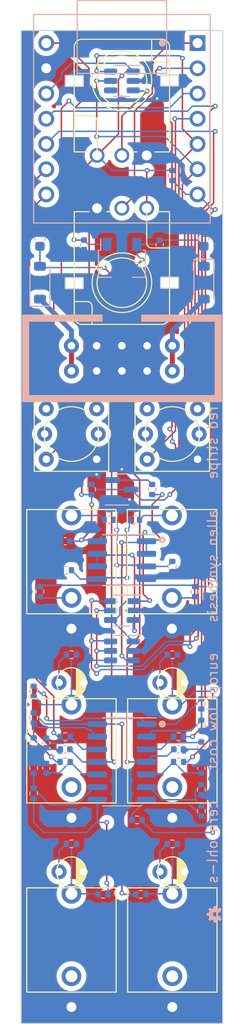
<source format=kicad_pcb>
(kicad_pcb (version 20221018) (generator pcbnew)
  (layers (0 "F.Cu" signal) (31 "B.Cu" signal) (34 "B.Paste" user) (35 "F.Paste" user) (36 "B.SilkS" user "B.Silkscreen") (37 "F.SilkS" user "F.Silkscreen") (38 "B.Mask" user) (39 "F.Mask" user) (44 "Edge.Cuts" user))
  (net 0 "")
  (net 1 "+12V")
  (net 2 "Earth")
  (net 3 "-12V")
  (net 4 "Net-(U1A-+)")
  (net 5 "Net-(U1C-+)")
  (net 6 "Net-(U1B-+)")
  (net 7 "Net-(U1D-+)")
  (net 8 "+3V3")
  (net 9 "Net-(D2-A)")
  (net 10 "Net-(D3-K)")
  (net 12 "Net-(J4-T)")
  (net 14 "Net-(J5-T)")
  (net 16 "Net-(J6-T)")
  (net 18 "Net-(J7-T)")
  (net 19 "Net-(J8-TN)")
  (net 20 "Net-(J8-T)")
  (net 21 "Net-(J9-TN)")
  (net 22 "Net-(J9-T)")
  (net 23 "Net-(LED1-A)")
  (net 24 "Net-(LED2-A)")
  (net 25 "Net-(LED3-A)")
  (net 26 "Net-(LED4-A)")
  (net 27 "KNOB_1")
  (net 28 "KNOB_2")
  (net 29 "OUTPUT_1")
  (net 30 "OUTPUT_3")
  (net 31 "Net-(U1A--)")
  (net 32 "Net-(U1C--)")
  (net 33 "Net-(R5-Pad2)")
  (net 34 "Net-(R6-Pad2)")
  (net 35 "OUTPUT_2")
  (net 36 "OUTPUT_4")
  (net 37 "Net-(U1B--)")
  (net 38 "Net-(U1D--)")
  (net 39 "Net-(R15-Pad2)")
  (net 40 "Net-(R16-Pad2)")
  (net 41 "INPUT_DETECT")
  (net 42 "Net-(U2A-+)")
  (net 43 "Net-(U2B-+)")
  (net 44 "BUTTON_1")
  (net 45 "BUTTON_2")
  (net 50 "Net-(U2A--)")
  (net 51 "Net-(U2B--)")
  (net 56 "+5V")
  (net 57 "Net-(Q1-B)")
  (net 58 "DIGITAL_INPUT")
  (net 59 "ADC_SDA")
  (net 60 "ADC_SCL")
  (footprint "allen-synthesis:jack-thonkiconn-mono" (layer "F.Cu") (at 5.08 92.345 90)
    (fp_text reference "J5" hide)
    (fp_text value "Thonkiconn")
  )
  (footprint "allen-synthesis:led-3mm" (layer "F.Cu") (at 5.08 84.725)
    (fp_text reference "LED2" hide)
    (fp_text value "LED" hide)
  )
  (footprint "allen-synthesis:led-3mm" (layer "F.Cu") (at 15.24 65.675)
    (fp_text reference "LED3" hide)
    (fp_text value "LED" hide)
  )
  (footprint "allen-synthesis:potentiometer-9mm" (layer "F.Cu") (at 10.16 25.4 180)
    (fp_text reference "P2" hide)
    (fp_text value "Potentiometer_9mm_Vertical_Linear" hide)
    (fp_rect (start -5.7 0.55) (end -3.9 -0.55) (stroke (width 0.12)) (fill none) (layer "Edge.Cuts"))
    (fp_rect (start 3.9 0.5) (end 5.7 -0.6) (stroke (width 0.12)) (fill none) (layer "Edge.Cuts"))
  )
  (footprint "allen-synthesis:jack-thonkiconn-mono" (layer "F.Cu") (at 5.08 54.245 90)
    (fp_text reference "J8" hide)
    (fp_text value "Thonkiconn")
  )
  (footprint "allen-synthesis:potentiometer-9mm" (layer "F.Cu") (at 10.16 5.08)
    (fp_text reference "P1" hide)
    (fp_text value "Potentiometer_9mm_Vertical_Linear" hide)
    (fp_rect (start -5.7 0.55) (end -3.9 -0.55) (stroke (width 0.12)) (fill none) (layer "Edge.Cuts"))
    (fp_rect (start 3.9 0.5) (end 5.7 -0.6) (stroke (width 0.12)) (fill none) (layer "Edge.Cuts"))
  )
  (footprint "allen-synthesis:jack-thonkiconn-mono" (layer "F.Cu") (at 15.24 73.295 90)
    (fp_text reference "J6" hide)
    (fp_text value "Thonkiconn")
  )
  (footprint "allen-synthesis:led-3mm" (layer "F.Cu") (at 5.08 65.675)
    (fp_text reference "LED1" hide)
    (fp_text value "LED" hide)
  )
  (footprint "allen-synthesis:jack-thonkiconn-mono" (layer "F.Cu") (at 15.2 54.245 90)
    (fp_text reference "J9" hide)
    (fp_text value "Thonkiconn")
  )
  (footprint "allen-synthesis:jack-thonkiconn-mono" (layer "F.Cu") (at 15.24 92.345 90)
    (fp_text reference "J7" hide)
    (fp_text value "Thonkiconn")
  )
  (footprint "allen-synthesis:led-3mm" (layer "F.Cu") (at 15.24 84.725)
    (fp_text reference "LED4" hide)
    (fp_text value "LED" hide)
  )
  (footprint "Eurorack:PB01-109TL low Profile Illuminated Button" (layer "F.Cu") (at 5.08 40.64)
    (fp_text reference "SW1" hide)
    (fp_text value "SW_Push_LED")
  )
  (footprint "Eurorack:PB01-109TL low Profile Illuminated Button" (layer "F.Cu") (at 15.24 40.64)
    (fp_text reference "SW2" hide)
    (fp_text value "SW_Push_LED")
  )
  (footprint "allen-synthesis:jack-thonkiconn-mono" (layer "F.Cu") (at 5.08 73.295 90)
    (fp_text reference "J4" hide)
    (fp_text value "Thonkiconn")
  )
  (footprint "Resistor_SMD:R_0402_1005Metric" (layer "B.Cu") (at 4.445 73.66 180)
    (fp_text reference "R2" hide)
    (fp_text value "1K")
  )
  (footprint "Resistor_SMD:R_0402_1005Metric" (layer "B.Cu") (at 1.27 74.295 90)
    (fp_text reference "R4" hide)
    (fp_text value "33K")
  )
  (footprint "Capacitor_SMD:C_0402_1005Metric" (layer "B.Cu") (at 4.445 72.39)
    (fp_text reference "C6" hide)
    (fp_text value "100n")
  )
  (footprint "Resistor_SMD:R_0402_1005Metric" (layer "B.Cu") (at 15.24 62.865)
    (fp_text reference "R19" hide)
    (fp_text value "5K6")
  )
  (footprint "Package_TO_SOT_SMD:SOT-89-3" (layer "B.Cu") (at 10.16 23.495 -90)
    (fp_text reference "U3" hide)
    (fp_text value "~")
  )
  (footprint "Resistor_SMD:R_0402_1005Metric" (layer "B.Cu") (at 1.27 71.755 -90)
    (fp_text reference "R14" hide)
    (fp_text value "33K")
  )
  (footprint "Package_SO:SOIC-8_3.9x4.9mm_P1.27mm" (layer "B.Cu") (at 10.16 53.34 180)
    (fp_text reference "U2" hide)
    (fp_text value "MCP6002-xSN")
  )
  (footprint "Capacitor_SMD:C_0402_1005Metric" (layer "B.Cu") (at 18.161 72.136 -90)
    (fp_text reference "C3" hide)
    (fp_text value "100n")
  )
  (footprint "Resistor_SMD:R_0402_1005Metric" (layer "B.Cu") (at 15.875 71.12)
    (fp_text reference "R1" hide)
    (fp_text value "1K")
  )
  (footprint "Package_TO_SOT_SMD:TSOT-23-6" (layer "B.Cu") (at 10.16 5.08 180)
    (fp_text reference "U7" hide)
    (fp_text value "ADC121C027CIMK")
  )
  (footprint "Resistor_SMD:R_0402_1005Metric" (layer "B.Cu") (at 1.27 76.835 -90)
    (fp_text reference "R6" hide)
    (fp_text value "75K")
  )
  (footprint "Resistor_SMD:R_0402_1005Metric" (layer "B.Cu") (at 18.161 69.977 -90)
    (fp_text reference "R3" hide)
    (fp_text value "33K")
  )
  (footprint "Package_SO:SOIC-14_3.9x8.7mm_P1.27mm" (layer "B.Cu") (at 10.16 73.66 180)
    (fp_text reference "U1" hide)
    (fp_text value "TL074")
  )
  (footprint "Capacitor_SMD:C_0402_1005Metric" (layer "B.Cu") (at 13.97 21.59 -90)
    (fp_text reference "C10" hide)
    (fp_text value "100n")
  )
  (footprint "Resistor_SMD:R_0402_1005Metric" (layer "B.Cu") (at 18.161 67.818 90)
    (fp_text reference "R5" hide)
    (fp_text value "75K")
  )
  (footprint "Resistor_SMD:R_0402_1005Metric" (layer "B.Cu") (at 1.27 66.548 90)
    (fp_text reference "R7" hide)
    (fp_text value "1K")
  )
  (footprint "Capacitor_SMD:C_0402_1005Metric" (layer "B.Cu") (at 6.35 21.59 -90)
    (fp_text reference "C11" hide)
    (fp_text value "100n")
  )
  (footprint "Resistor_SMD:R_0402_1005Metric" (layer "B.Cu") (at 12.065 86.995 180)
    (fp_text reference "R18" hide)
    (fp_text value "1K")
  )
  (footprint "Diode_SMD:D_SOD-123" (layer "B.Cu") (at 1.905 25.4 90)
    (fp_text reference "D3" hide)
    (fp_text value "D")
  )
  (footprint "Resistor_SMD:R_0402_1005Metric" (layer "B.Cu") (at 13.208 46.228 -90)
    (fp_text reference "R28" hide)
    (fp_text value "100K")
  )
  (footprint "Resistor_SMD:R_0402_1005Metric" (layer "B.Cu") (at 8.89 49.276 180)
    (fp_text reference "R22" hide)
    (fp_text value "100K")
  )
  (footprint "Resistor_SMD:R_0402_1005Metric" (layer "B.Cu") (at 4.445 71.12 180)
    (fp_text reference "R12" hide)
    (fp_text value "1K")
  )
  (footprint "allen-synthesis:power-header-10-pin-unlabelled" (layer "B.Cu") (at 10.16 33.02 180)
    (fp_text reference "J1" hide)
    (fp_text value "Conn_02x05_Odd_Even" hide)
  )
  (footprint "Diode_SMD:D_SOD-123" (layer "B.Cu") (at 18.415 25.4 -90)
    (fp_text reference "D2" hide)
    (fp_text value "D")
  )
  (footprint "Capacitor_SMD:C_0603_1608Metric" (layer "B.Cu") (at 18.415 20.955 90)
    (fp_text reference "C1" hide)
    (fp_text value "10u")
  )
  (footprint "Resistor_SMD:R_0402_1005Metric" (layer "B.Cu") (at 1.905 56.515 -90)
    (fp_text reference "R21" hide)
    (fp_text value "100K")
  )
  (footprint "Resistor_SMD:R_0402_1005Metric" (layer "B.Cu") (at 15.24 81.915)
    (fp_text reference "R20" hide)
    (fp_text value "5K6")
  )
  (footprint "Resistor_SMD:R_0402_1005Metric" (layer "B.Cu") (at 15.24 53.975 -90)
    (fp_text reference "R25" hide)
    (fp_text value "47K")
  )
  (footprint "Resistor_SMD:R_0402_1005Metric" (layer "B.Cu") (at 11.43 49.276)
    (fp_text reference "R24" hide)
    (fp_text value "100K")
  )
  (footprint "Capacitor_SMD:C_0603_1608Metric" (layer "B.Cu") (at 1.905 20.955 -90)
    (fp_text reference "C2" hide)
    (fp_text value "10u")
  )
  (footprint "Resistor_SMD:R_0402_1005Metric" (layer "B.Cu") (at 5.08 62.865)
    (fp_text reference "R9" hide)
    (fp_text value "5K6")
  )
  (footprint "Package_TO_SOT_SMD:SOT-23" (layer "B.Cu") (at 10.16 46.228)
    (fp_text reference "Q1" hide)
    (fp_text value "S8050")
  )
  (footprint "Resistor_SMD:R_0402_1005Metric" (layer "B.Cu") (at 18.161 78.613 -90)
    (fp_text reference "R15" hide)
    (fp_text value "75K")
  )
  (footprint "Resistor_SMD:R_0402_1005Metric" (layer "B.Cu") (at 11.684 79.502 180)
    (fp_text reference "R17" hide)
    (fp_text value "1K")
  )
  (footprint "Capacitor_SMD:C_0402_1005Metric" (layer "B.Cu") (at 2.54 74.295 90)
    (fp_text reference "C4" hide)
    (fp_text value "100n")
  )
  (footprint "Capacitor_SMD:C_0402_1005Metric" (layer "B.Cu") (at 15.875 72.39)
    (fp_text reference "C5" hide)
    (fp_text value "100n")
  )
  (footprint "Resistor_SMD:R_0402_1005Metric" (layer "B.Cu") (at 17.526 56.515 -90)
    (fp_text reference "R23" hide)
    (fp_text value "100K")
  )
  (footprint "Capacitor_SMD:C_0402_1005Metric" (layer "B.Cu") (at 2.54 71.755 -90)
    (fp_text reference "C8" hide)
    (fp_text value "100n")
  )
  (footprint "XIAO_PCB:MOUDLE14P-2.54-21X17.8MM" (layer "B.Cu") (at 10.16 8.89 90)
    (fp_text reference "U4" hide)
    (fp_text value "SEEEDUINO-XIAO")
  )
  (footprint "Resistor_SMD:R_0402_1005Metric" (layer "B.Cu") (at 8.255 86.995)
    (fp_text reference "R8" hide)
    (fp_text value "1K")
  )
  (footprint "Resistor_SMD:R_0402_1005Metric" (layer "B.Cu") (at 15.875 73.66)
    (fp_text reference "R11" hide)
    (fp_text value "1K")
  )
  (footprint "Package_TO_SOT_SMD:TSOT-23-6" (layer "B.Cu") (at 10.16 58.42 180)
    (fp_text reference "U5" hide)
    (fp_text value "ADC121C027CIMK")
  )
  (footprint "Capacitor_SMD:C_0402_1005Metric" (layer "B.Cu") (at 4.445 51.435 180)
    (fp_text reference "C9" hide)
    (fp_text value "100n")
  )
  (footprint "Package_TO_SOT_SMD:TSOT-23-6" (layer "B.Cu") (at 10.16 62.484 180)
    (fp_text reference "U6" hide)
    (fp_text value "ADC121C027CIMK")
  )
  (footprint "Resistor_SMD:R_0402_1005Metric" (layer "B.Cu") (at 1.27 69.215 90)
    (fp_text reference "R16" hide)
    (fp_text value "75K")
  )
  (footprint "Resistor_SMD:R_0402_1005Metric" (layer "B.Cu") (at 5.08 81.915)
    (fp_text reference "R10" hide)
    (fp_text value "5K6")
  )
  (footprint "Capacitor_SMD:C_0402_1005Metric" (layer "B.Cu") (at 18.161 74.295 90)
    (fp_text reference "C7" hide)
    (fp_text value "100n")
  )
  (footprint "Resistor_SMD:R_0402_1005Metric" (layer "B.Cu") (at 18.161 76.454 -90)
    (fp_text reference "R13" hide)
    (fp_text value "33K")
  )
  (footprint "Resistor_SMD:R_0402_1005Metric" (layer "B.Cu") (at 4.572 54.356 180)
    (fp_text reference "R26" hide)
    (fp_text value "47K")
  )
  (footprint "Resistor_SMD:R_0402_1005Metric" (layer "B.Cu") (at 7.112 46.228 90)
    (fp_text reference "R29" hide)
    (fp_text value "47K")
  )
  (footprint "Resistor_SMD:R_0402_1005Metric" (layer "B.Cu") (at 15.24 14.605 -90)
    (fp_text reference "R27" hide)
    (fp_text value "1K")
  )
  (gr_circle (center 14.224 51.308) (end 13.97 51.308) (stroke (width 0.2)) (fill solid) (layer "B.SilkS"))
  (gr_circle (center 14.224 69.85) (end 14.224 69.596) (stroke (width 0.2)) (fill solid) (layer "B.SilkS"))
  (gr_poly (pts (xy 20.188951 89.507931) (xy 20.029516 89.670929) (xy 19.847689 89.55488) (xy 19.690273 89.618543) (xy 19.641883 89.832325) (xy 19.424964 89.836149) (xy 19.374804 89.613446) (xy 19.213855 89.543738) (xy 19.025114 89.665887) (xy 18.870429 89.501946) (xy 18.993693 89.319384) (xy 18.931802 89.164646) (xy 18.706 89.11489) (xy 18.710879 88.893053) (xy 18.930606 88.849747) (xy 18.993799 88.696137) (xy 18.868893 88.504138) (xy 19.028946 88.347624) (xy 19.20536 88.466929) (xy 19.366756 88.406075) (xy 19.422136 88.182903) (xy 19.642033 88.186507) (xy 19.685412 88.396318) (xy 19.845651 88.462961) (xy 20.025567 88.34919) (xy 20.189964 88.502987) (xy 20.076515 88.6789) (xy 20.117903 88.762457) (xy 19.747251 88.913792) (xy 19.701765 88.851625) (xy 19.646056 88.808243) (xy 19.578332 88.783464) (xy 19.504173 88.781061) (xy 19.415215 88.799553) (xy 19.364415 88.82888) (xy 19.313615 88.90508) (xy 19.307937 88.962972) (xy 19.304 89.027) (xy 19.313615 89.077729) (xy 19.342602 89.137969) (xy 19.382898 89.183289) (xy 19.428741 89.214249) (xy 19.492753 89.235845) (xy 19.556179 89.238296) (xy 19.613418 89.225264) (xy 19.66413 89.199084) (xy 19.701765 89.167027) (xy 19.727912 89.13368) (xy 19.753164 89.101112) (xy 20.117365 89.250762) (xy 20.077445 89.344541)) (stroke (width 0.02)) (fill solid) (layer "B.SilkS"))
  (gr_circle (center 14.224 1.27) (end 13.97 1.27) (stroke (width 0.2)) (fill solid) (layer "B.SilkS"))
  (gr_rect (start 0 0) (end 20.32 100) (stroke (width 0.1)) (fill none) (layer "Edge.Cuts"))
  (gr_text "red stripe    allen synthesis    europi low cost    cern ohl-s" (at 19.304 37.719 90) (layer "B.SilkS") (effects (font (size 1 1)) (justify left mirror)))
  (segment (start 11.176 44.45) (end 11.176 35.56) (width 0.15) (layer "F.Cu") (net 1))
  (segment (start 11.43 23.876) (end 12.192 23.114) (width 0.15) (layer "F.Cu") (net 1))
  (segment (start 10.6845 73.66) (end 10.6845 62.2135) (width 0.15) (layer "F.Cu") (net 1))
  (segment (start 11.176 35.56) (end 11.43 35.306) (width 0.15) (layer "F.Cu") (net 1))
  (segment (start 11.955 45.229) (end 11.176 44.45) (width 0.15) (layer "F.Cu") (net 1))
  (segment (start 11.955 60.943) (end 11.955 45.229) (width 0.15) (layer "F.Cu") (net 1))
  (segment (start 10.6845 62.2135) (end 11.938 60.96) (width 0.15) (layer "F.Cu") (net 1))
  (segment (start 11.938 60.96) (end 11.955 60.943) (width 0.15) (layer "F.Cu") (net 1))
  (segment (start 11.43 35.306) (end 11.43 23.876) (width 0.15) (layer "F.Cu") (net 1))
  (via (at 12.192 23.114) (size 0.5) (drill 0.25) (layers "F.Cu" "B.Cu") (net 1))
  (via (at 10.6845 73.66) (size 0.5) (drill 0.25) (layers "F.Cu" "B.Cu") (net 1))
  (segment (start 12.635 73.66) (end 13.23 73.065) (width 0.15) (layer "B.Cu") (net 1))
  (segment (start 13.535 21.545) (end 11.66 21.545) (width 0.15) (layer "B.Cu") (net 1))
  (segment (start 12.192 23.114) (end 11.66 22.582) (width 0.15) (layer "B.Cu") (net 1))
  (segment (start 14.72 73.065) (end 15.395 72.39) (width 0.15) (layer "B.Cu") (net 1))
  (segment (start 13.23 73.065) (end 14.72 73.065) (width 0.15) (layer "B.Cu") (net 1))
  (segment (start 11.66 22.582) (end 11.66 21.545) (width 0.15) (layer "B.Cu") (net 1))
  (segment (start 13.97 21.11) (end 17.795 21.11) (width 0.15) (layer "B.Cu") (net 1))
  (segment (start 13.97 21.11) (end 13.535 21.545) (width 0.15) (layer "B.Cu") (net 1))
  (segment (start 18.415 23.75) (end 18.415 21.73) (width 0.15) (layer "B.Cu") (net 1))
  (segment (start 17.795 21.11) (end 18.415 21.73) (width 0.15) (layer "B.Cu") (net 1))
  (segment (start 12.635 73.66) (end 10.6845 73.66) (width 0.15) (layer "B.Cu") (net 1))
  (via (at 7.62 44.704) (size 0.5) (drill 0.25) (layers "F.Cu" "B.Cu") (net 2))
  (via (at 10.922 47.244) (size 0.5) (drill 0.25) (layers "F.Cu" "B.Cu") (net 2))
  (via (at 10.16 44.196) (size 0.5) (drill 0.25) (layers "F.Cu" "B.Cu") (net 2))
  (via (at 13.716 6.858) (size 0.5) (drill 0.25) (layers "F.Cu" "B.Cu") (net 2))
  (segment (start 6.924 63.434) (end 6.33 64.028) (width 0.15) (layer "B.Cu") (net 2))
  (segment (start 17.935 72.39) (end 18.161 72.616) (width 0.15) (layer "B.Cu") (net 2))
  (segment (start 9.0225 63.434) (end 6.924 63.434) (width 0.15) (layer "B.Cu") (net 2))
  (segment (start 6.33 64.028) (end 6.33 65.675) (width 0.15) (layer "B.Cu") (net 2))
  (segment (start 2.695 72.39) (end 2.54 72.235) (width 0.15) (layer "B.Cu") (net 2))
  (segment (start 16.355 72.39) (end 17.935 72.39) (width 0.15) (layer "B.Cu") (net 2))
  (segment (start 3.965 72.39) (end 2.695 72.39) (width 0.15) (layer "B.Cu") (net 2))
  (segment (start 8.89 24.384) (end 8.382 23.876) (width 0.15) (layer "F.Cu") (net 3))
  (segment (start 9.398 73.66) (end 9.127 73.389) (width 0.15) (layer "F.Cu") (net 3))
  (segment (start 8.89 35.306) (end 8.89 24.384) (width 0.15) (layer "F.Cu") (net 3))
  (segment (start 9.127 73.389) (end 9.127 35.543) (width 0.15) (layer "F.Cu") (net 3))
  (segment (start 9.127 35.543) (end 8.89 35.306) (width 0.15) (layer "F.Cu") (net 3))
  (via (at 9.398 73.66) (size 0.5) (drill 0.25) (layers "F.Cu" "B.Cu") (net 3))
  (via (at 8.382 23.876) (size 0.5) (drill 0.25) (layers "F.Cu" "B.Cu") (net 3))
  (segment (start 8.382 23.876) (end 2.031 23.876) (width 0.15) (layer "B.Cu") (net 3))
  (segment (start 1.905 21.73) (end 1.905 23.75) (width 0.15) (layer "B.Cu") (net 3))
  (segment (start 7.685 73.66) (end 9.398 73.66) (width 0.15) (layer "B.Cu") (net 3))
  (segment (start 2.031 23.876) (end 1.905 23.75) (width 0.15) (layer "B.Cu") (net 3))
  (segment (start 4.925 72.39) (end 6.195 73.66) (width 0.15) (layer "B.Cu") (net 3))
  (segment (start 6.195 73.66) (end 7.685 73.66) (width 0.15) (layer "B.Cu") (net 3))
  (segment (start 14.095 72.39) (end 12.635 72.39) (width 0.15) (layer "B.Cu") (net 4))
  (segment (start 15.365 71.12) (end 14.095 72.39) (width 0.15) (layer "B.Cu") (net 4))
  (segment (start 18.161 71.656) (end 18.102 71.715) (width 0.15) (layer "B.Cu") (net 4))
  (segment (start 15.96 71.715) (end 15.365 71.12) (width 0.15) (layer "B.Cu") (net 4))
  (segment (start 18.102 71.715) (end 15.96 71.715) (width 0.15) (layer "B.Cu") (net 4))
  (segment (start 3.84 74.775) (end 4.955 73.66) (width 0.15) (layer "B.Cu") (net 5))
  (segment (start 6.225 74.93) (end 7.685 74.93) (width 0.15) (layer "B.Cu") (net 5))
  (segment (start 4.955 73.66) (end 6.225 74.93) (width 0.15) (layer "B.Cu") (net 5))
  (segment (start 2.54 74.775) (end 3.84 74.775) (width 0.15) (layer "B.Cu") (net 5))
  (segment (start 14.095 74.93) (end 12.635 74.93) (width 0.15) (layer "B.Cu") (net 6))
  (segment (start 16.48 74.775) (end 15.365 73.66) (width 0.15) (layer "B.Cu") (net 6))
  (segment (start 18.161 74.775) (end 16.48 74.775) (width 0.15) (layer "B.Cu") (net 6))
  (segment (start 15.365 73.66) (end 14.095 74.93) (width 0.15) (layer "B.Cu") (net 6))
  (segment (start 2.54 71.275) (end 3.07 71.805) (width 0.15) (layer "B.Cu") (net 7))
  (segment (start 4.27 71.805) (end 4.955 71.12) (width 0.15) (layer "B.Cu") (net 7))
  (segment (start 6.225 72.39) (end 7.685 72.39) (width 0.15) (layer "B.Cu") (net 7))
  (segment (start 3.07 71.805) (end 4.27 71.805) (width 0.15) (layer "B.Cu") (net 7))
  (segment (start 4.955 71.12) (end 6.225 72.39) (width 0.15) (layer "B.Cu") (net 7))
  (segment (start 6.35 27.178) (end 6.858 26.67) (width 0.15) (layer "F.Cu") (net 8))
  (segment (start 6.858 19.304) (end 6.35 18.796) (width 0.15) (layer "F.Cu") (net 8))
  (segment (start 9.81 10.43) (end 9.81 4.922) (width 0.15) (layer "F.Cu") (net 8))
  (segment (start 7.112 50.292) (end 6.096 51.308) (width 0.15) (layer "F.Cu") (net 8))
  (segment (start 12.305 54.356) (end 12.305 51.308) (width 0.15) (layer "F.Cu") (net 8))
  (segment (start 12.954 57.404) (end 12.305 56.755) (width 0.15) (layer "F.Cu") (net 8))
  (segment (start 12.66 14.135) (end 12.7 14.095) (width 0.15) (layer "F.Cu") (net 8))
  (segment (start 6.117 35.539) (end 6.35 35.306) (width 0.15) (layer "F.Cu") (net 8))
  (segment (start 6.35 35.306) (end 6.35 27.178) (width 0.15) (layer "F.Cu") (net 8))
  (segment (start 7.66 12.58) (end 9.81 10.43) (width 0.15) (layer "F.Cu") (net 8))
  (segment (start 7.112 47.752) (end 7.112 50.292) (width 0.15) (layer "F.Cu") (net 8))
  (segment (start 12.305 50.7205) (end 12.4795 50.546) (width 0.15) (layer "F.Cu") (net 8))
  (segment (start 6.096 46.736) (end 6.117 46.715) (width 0.15) (layer "F.Cu") (net 8))
  (segment (start 12.66 17.9) (end 12.66 14.135) (width 0.15) (layer "F.Cu") (net 8))
  (segment (start 12.305 56.755) (end 12.305 54.356) (width 0.15) (layer "F.Cu") (net 8))
  (segment (start 6.117 46.715) (end 6.117 35.539) (width 0.15) (layer "F.Cu") (net 8))
  (segment (start 6.35 18.796) (end 6.35 13.89) (width 0.15) (layer "F.Cu") (net 8))
  (segment (start 6.35 13.89) (end 7.66 12.58) (width 0.15) (layer "F.Cu") (net 8))
  (segment (start 6.858 26.67) (end 6.858 19.304) (width 0.15) (layer "F.Cu") (net 8))
  (segment (start 9.81 4.922) (end 10.16 4.572) (width 0.15) (layer "F.Cu") (net 8))
  (segment (start 12.305 51.308) (end 12.305 50.7205) (width 0.15) (layer "F.Cu") (net 8))
  (via (at 12.4795 50.546) (size 0.5) (drill 0.25) (layers "F.Cu" "B.Cu") (net 8))
  (via (at 10.16 4.572) (size 0.5) (drill 0.25) (layers "F.Cu" "B.Cu") (net 8))
  (via (at 6.096 46.736) (size 0.5) (drill 0.25) (layers "F.Cu" "B.Cu") (net 8))
  (via (at 12.954 57.404) (size 0.5) (drill 0.25) (layers "F.Cu" "B.Cu") (net 8))
  (via (at 6.096 51.308) (size 0.5) (drill 0.25) (layers "F.Cu" "B.Cu") (net 8))
  (via (at 7.112 47.752) (size 0.5) (drill 0.25) (layers "F.Cu" "B.Cu") (net 8))
  (via (at 12.7 14.095) (size 0.5) (drill 0.25) (layers "F.Cu" "B.Cu") (net 8))
  (segment (start 9.0225 59.37) (end 9.1335 59.37) (width 0.15) (layer "B.Cu") (net 8))
  (segment (start 5.08 3.302) (end 4.064 4.318) (width 0.15) (layer "B.Cu") (net 8))
  (segment (start 12.4795 50.546) (end 12.2085 50.817) (width 0.15) (layer "B.Cu") (net 8))
  (segment (start 12.2085 50.817) (end 8.303 50.817) (width 0.15) (layer "B.Cu") (net 8))
  (segment (start 11.2975 57.47) (end 12.888 57.47) (width 0.15) (layer "B.Cu") (net 8))
  (segment (start 7.112 46.738) (end 6.098 46.738) (width 0.15) (layer "B.Cu") (net 8))
  (segment (start 8.303 50.817) (end 7.685 51.435) (width 0.15) (layer "B.Cu") (net 8))
  (segment (start 15.24 14.095) (end 12.7 14.095) (width 0.15) (layer "B.Cu") (net 8))
  (segment (start 4.064 4.826) (end 2.54 6.35) (width 0.15) (layer "B.Cu") (net 8))
  (segment (start 9.175 14.095) (end 7.66 12.58) (width 0.15) (layer "B.Cu") (net 8))
  (segment (start 4.064 4.318) (end 4.064 4.826) (width 0.15) (layer "B.Cu") (net 8))
  (segment (start 6.098 46.738) (end 6.096 46.736) (width 0.15) (layer "B.Cu") (net 8))
  (segment (start 7.112 46.738) (end 7.112 47.752) (width 0.15) (layer "B.Cu") (net 8))
  (segment (start 9.1335 59.37) (end 11.2975 61.534) (width 0.15) (layer "B.Cu") (net 8))
  (segment (start 9.464 59.37) (end 9.0225 59.37) (width 0.15) (layer "B.Cu") (net 8))
  (segment (start 12.7 14.095) (end 9.175 14.095) (width 0.15) (layer "B.Cu") (net 8))
  (segment (start 4.925 51.435) (end 5.969 51.435) (width 0.15) (layer "B.Cu") (net 8))
  (segment (start 10.602 4.13) (end 11.2975 4.13) (width 0.15) (layer "B.Cu") (net 8))
  (segment (start 7.558 51.308) (end 7.685 51.435) (width 0.15) (layer "B.Cu") (net 8))
  (segment (start 5.969 51.435) (end 6.096 51.308) (width 0.15) (layer "B.Cu") (net 8))
  (segment (start 9.96 58.874) (end 9.464 59.37) (width 0.15) (layer "B.Cu") (net 8))
  (segment (start 10.4695 3.302) (end 5.08 3.302) (width 0.15) (layer "B.Cu") (net 8))
  (segment (start 11.2975 4.13) (end 10.4695 3.302) (width 0.15) (layer "B.Cu") (net 8))
  (segment (start 6.096 51.308) (end 7.558 51.308) (width 0.15) (layer "B.Cu") (net 8))
  (segment (start 10.602 57.47) (end 9.96 58.112) (width 0.15) (layer "B.Cu") (net 8))
  (segment (start 11.2975 57.47) (end 10.602 57.47) (width 0.15) (layer "B.Cu") (net 8))
  (segment (start 10.16 4.572) (end 10.602 4.13) (width 0.15) (layer "B.Cu") (net 8))
  (segment (start 12.888 57.47) (end 12.954 57.404) (width 0.15) (layer "B.Cu") (net 8))
  (segment (start 9.96 58.112) (end 9.96 58.874) (width 0.15) (layer "B.Cu") (net 8))
  (segment (start 15.24 31.75) (end 15.24 34.29) (width 0.5) (layer "F.Cu") (net 9))
  (segment (start 18.415 27.05) (end 15.24 30.225) (width 0.5) (layer "B.Cu") (net 9))
  (segment (start 15.24 30.225) (end 15.24 31.75) (width 0.5) (layer "B.Cu") (net 9))
  (segment (start 5.08 31.75) (end 5.08 34.29) (width 0.5) (layer "F.Cu") (net 10))
  (segment (start 1.905 27.05) (end 5.08 30.225) (width 0.5) (layer "B.Cu") (net 10))
  (segment (start 5.08 30.225) (end 5.08 31.75) (width 0.5) (layer "B.Cu") (net 10))
  (segment (start 5.59 62.865) (end 5.08 63.375) (width 0.15) (layer "B.Cu") (net 12))
  (segment (start 5.08 63.375) (end 5.08 67.895) (width 0.15) (layer "B.Cu") (net 12))
  (segment (start 1.27 67.058) (end 2.107 67.895) (width 0.15) (layer "B.Cu") (net 12))
  (segment (start 2.107 67.895) (end 5.08 67.895) (width 0.15) (layer "B.Cu") (net 12))
  (segment (start 5.59 81.915) (end 5.08 82.425) (width 0.15) (layer "B.Cu") (net 14))
  (segment (start 5.08 82.425) (end 5.08 86.945) (width 0.15) (layer "B.Cu") (net 14))
  (segment (start 7.745 86.995) (end 7.695 86.945) (width 0.15) (layer "B.Cu") (net 14))
  (segment (start 7.695 86.945) (end 5.08 86.945) (width 0.15) (layer "B.Cu") (net 14))
  (segment (start 19.304 66.548) (end 19.304 80.772) (width 0.15) (layer "F.Cu") (net 16))
  (via (at 19.304 80.772) (size 0.5) (drill 0.25) (layers "F.Cu" "B.Cu") (net 16))
  (via (at 19.304 66.548) (size 0.5) (drill 0.25) (layers "F.Cu" "B.Cu") (net 16))
  (segment (start 15.24 67.895) (end 16.179 67.895) (width 0.15) (layer "B.Cu") (net 16))
  (segment (start 19.304 80.772) (end 13.343828 80.772) (width 0.15) (layer "B.Cu") (net 16))
  (segment (start 15.75 62.865) (end 15.24 63.375) (width 0.15) (layer "B.Cu") (net 16))
  (segment (start 17.526 66.548) (end 19.304 66.548) (width 0.15) (layer "B.Cu") (net 16))
  (segment (start 12.194 79.622172) (end 12.194 79.502) (width 0.15) (layer "B.Cu") (net 16))
  (segment (start 13.343828 80.772) (end 12.194 79.622172) (width 0.15) (layer "B.Cu") (net 16))
  (segment (start 15.24 63.375) (end 15.24 67.895) (width 0.15) (layer "B.Cu") (net 16))
  (segment (start 16.179 67.895) (end 17.526 66.548) (width 0.15) (layer "B.Cu") (net 16))
  (segment (start 12.575 86.995) (end 12.625 86.945) (width 0.15) (layer "B.Cu") (net 18))
  (segment (start 15.75 81.915) (end 15.24 82.425) (width 0.15) (layer "B.Cu") (net 18))
  (segment (start 15.24 82.425) (end 15.24 86.945) (width 0.15) (layer "B.Cu") (net 18))
  (segment (start 12.625 86.945) (end 15.24 86.945) (width 0.15) (layer "B.Cu") (net 18))
  (segment (start 1.905 57.025) (end 2.025 57.145) (width 0.15) (layer "B.Cu") (net 19))
  (segment (start 2.025 57.145) (end 5.08 57.145) (width 0.15) (layer "B.Cu") (net 19))
  (segment (start 8.38 49.276) (end 7.949 48.845) (width 0.15) (layer "B.Cu") (net 20))
  (segment (start 7.949 48.845) (end 5.08 48.845) (width 0.15) (layer "B.Cu") (net 20))
  (segment (start 17.526 57.025) (end 17.406 57.145) (width 0.15) (layer "B.Cu") (net 21))
  (segment (start 17.406 57.145) (end 15.2 57.145) (width 0.15) (layer "B.Cu") (net 21))
  (segment (start 11.94 49.276) (end 12.371 48.845) (width 0.15) (layer "B.Cu") (net 22))
  (segment (start 12.371 48.845) (end 15.2 48.845) (width 0.15) (layer "B.Cu") (net 22))
  (segment (start 3.83 63.605) (end 3.83 65.675) (width 0.15) (layer "B.Cu") (net 23))
  (segment (start 4.57 62.865) (end 3.83 63.605) (width 0.15) (layer "B.Cu") (net 23))
  (segment (start 3.83 82.655) (end 3.83 84.725) (width 0.15) (layer "B.Cu") (net 24))
  (segment (start 4.57 81.915) (end 3.83 82.655) (width 0.15) (layer "B.Cu") (net 24))
  (segment (start 13.99 63.605) (end 13.99 65.675) (width 0.15) (layer "B.Cu") (net 25))
  (segment (start 14.73 62.865) (end 13.99 63.605) (width 0.15) (layer "B.Cu") (net 25))
  (segment (start 13.99 82.655) (end 13.99 84.725) (width 0.15) (layer "B.Cu") (net 26))
  (segment (start 14.73 81.915) (end 13.99 82.655) (width 0.15) (layer "B.Cu") (net 26))
  (segment (start 10.16 8.636) (end 12.7 6.096) (width 0.15) (layer "F.Cu") (net 27))
  (segment (start 10.16 12.58) (end 10.16 8.636) (width 0.15) (layer "F.Cu") (net 27))
  (via (at 12.7 6.096) (size 0.5) (drill 0.25) (layers "F.Cu" "B.Cu") (net 27))
  (segment (start 12.7 6.096) (end 11.3635 6.096) (width 0.15) (layer "B.Cu") (net 27))
  (segment (start 11.3635 6.096) (end 11.2975 6.03) (width 0.15) (layer "B.Cu") (net 27))
  (segment (start 13.225 6.333) (end 13.225 3.065) (width 0.15) (layer "F.Cu") (net 28))
  (segment (start 13.208 3.048) (end 14.986 1.27) (width 0.15) (layer "F.Cu") (net 28))
  (segment (start 10.16 17.9) (end 11.43 16.63) (width 0.15) (layer "F.Cu") (net 28))
  (segment (start 13.225 3.065) (end 13.208 3.048) (width 0.15) (layer "F.Cu") (net 28))
  (segment (start 14.986 1.27) (end 17.78 1.27) (width 0.15) (layer "F.Cu") (net 28))
  (segment (start 11.43 8.128) (end 13.225 6.333) (width 0.15) (layer "F.Cu") (net 28))
  (segment (start 11.43 16.63) (end 11.43 8.128) (width 0.15) (layer "F.Cu") (net 28))
  (segment (start 17.876 18.397026) (end 19.05 17.223026) (width 0.15) (layer "F.Cu") (net 29))
  (segment (start 19.112 44.717026) (end 19.112 37.194974) (width 0.15) (layer "F.Cu") (net 29))
  (segment (start 18.192 45.637026) (end 19.112 44.717026) (width 0.15) (layer "F.Cu") (net 29))
  (segment (start 17.876 35.958974) (end 17.876 18.397026) (width 0.15) (layer "F.Cu") (net 29))
  (segment (start 19.112 37.194974) (end 17.876 35.958974) (width 0.15) (layer "F.Cu") (net 29))
  (segment (start 19.05 10.394463) (end 19.033 10.377463) (width 0.15) (layer "F.Cu") (net 29))
  (segment (start 18.192 70.2) (end 18.192 45.637026) (width 0.15) (layer "F.Cu") (net 29))
  (segment (start 17.272 71.12) (end 18.192 70.2) (width 0.15) (layer "F.Cu") (net 29))
  (segment (start 19.033 8.145) (end 19.558 7.62) (width 0.15) (layer "F.Cu") (net 29))
  (segment (start 19.05 17.223026) (end 19.05 10.394463) (width 0.15) (layer "F.Cu") (net 29))
  (segment (start 19.033 10.377463) (end 19.033 8.145) (width 0.15) (layer "F.Cu") (net 29))
  (via (at 17.272 71.12) (size 0.5) (drill 0.25) (layers "F.Cu" "B.Cu") (net 29))
  (via (at 19.558 7.62) (size 0.5) (drill 0.25) (layers "F.Cu" "B.Cu") (net 29))
  (segment (start 16.76586 8.128) (end 3.302 8.128) (width 0.15) (layer "B.Cu") (net 29))
  (segment (start 19.558 7.62) (end 17.27386 7.62) (width 0.15) (layer "B.Cu") (net 29))
  (segment (start 3.302 8.128) (end 2.54 8.89) (width 0.15) (layer "B.Cu") (net 29))
  (segment (start 17.27386 7.62) (end 16.76586 8.128) (width 0.15) (layer "B.Cu") (net 29))
  (segment (start 16.385 71.12) (end 17.272 71.12) (width 0.15) (layer "B.Cu") (net 29))
  (segment (start 0.508 70.612) (end 0.508 16.002) (width 0.15) (layer "F.Cu") (net 30))
  (segment (start 0.508 16.002) (end 2.54 13.97) (width 0.15) (layer "F.Cu") (net 30))
  (segment (start 3.048 73.152) (end 0.508 70.612) (width 0.15) (layer "F.Cu") (net 30))
  (via (at 3.048 73.152) (size 0.5) (drill 0.25) (layers "F.Cu" "B.Cu") (net 30))
  (segment (start 3.935 73.66) (end 3.556 73.66) (width 0.15) (layer "B.Cu") (net 30))
  (segment (start 3.556 73.66) (end 3.048 73.152) (width 0.15) (layer "B.Cu") (net 30))
  (segment (start 17.103 70.525) (end 13.23 70.525) (width 0.15) (layer "B.Cu") (net 31))
  (segment (start 18.161 68.328) (end 18.161 69.467) (width 0.15) (layer "B.Cu") (net 31))
  (segment (start 13.23 70.525) (end 12.635 71.12) (width 0.15) (layer "B.Cu") (net 31))
  (segment (start 18.161 69.467) (end 17.103 70.525) (width 0.15) (layer "B.Cu") (net 31))
  (segment (start 7.378959 76.2) (end 7.685 76.2) (width 0.15) (layer "B.Cu") (net 32))
  (segment (start 1.27 76.325) (end 2.923 77.978) (width 0.15) (layer "B.Cu") (net 32))
  (segment (start 1.27 74.805) (end 1.27 76.325) (width 0.15) (layer "B.Cu") (net 32))
  (segment (start 5.600959 77.978) (end 7.378959 76.2) (width 0.15) (layer "B.Cu") (net 32))
  (segment (start 2.923 77.978) (end 5.600959 77.978) (width 0.15) (layer "B.Cu") (net 32))
  (segment (start 2.586128 69.279372) (end 2.586128 67.102128) (width 0.15) (layer "F.Cu") (net 33))
  (segment (start 2.586128 67.102128) (end 2.286 66.802) (width 0.15) (layer "F.Cu") (net 33))
  (via (at 2.586128 69.279372) (size 0.5) (drill 0.25) (layers "F.Cu" "B.Cu") (net 33))
  (via (at 2.286 66.802) (size 0.5) (drill 0.25) (layers "F.Cu" "B.Cu") (net 33))
  (segment (start 2.806756 69.5) (end 2.586128 69.279372) (width 0.15) (layer "B.Cu") (net 33))
  (segment (start 2.286 66.802) (end 2.034 66.802) (width 0.15) (layer "B.Cu") (net 33))
  (segment (start 18.161 67.308) (end 15.619 69.85) (width 0.15) (layer "B.Cu") (net 33))
  (segment (start 12.06 69.275) (end 6.321 69.275) (width 0.15) (layer "B.Cu") (net 33))
  (segment (start 6.096 69.5) (end 3.302 69.5) (width 0.15) (layer "B.Cu") (net 33))
  (segment (start 2.034 66.802) (end 1.27 66.038) (width 0.15) (layer "B.Cu") (net 33))
  (segment (start 3.302 69.5) (end 2.806756 69.5) (width 0.15) (layer "B.Cu") (net 33))
  (segment (start 6.321 69.275) (end 6.096 69.5) (width 0.15) (layer "B.Cu") (net 33))
  (segment (start 12.635 69.85) (end 12.06 69.275) (width 0.15) (layer "B.Cu") (net 33))
  (segment (start 15.619 69.85) (end 12.635 69.85) (width 0.15) (layer "B.Cu") (net 33))
  (segment (start 8.636 85.852) (end 8.636 79.756) (width 0.15) (layer "F.Cu") (net 34))
  (via (at 8.636 85.852) (size 0.5) (drill 0.25) (layers "F.Cu" "B.Cu") (net 34))
  (via (at 8.636 79.756) (size 0.5) (drill 0.25) (layers "F.Cu" "B.Cu") (net 34))
  (segment (start 1.27 79.756) (end 1.27 77.345) (width 0.15) (layer "B.Cu") (net 34))
  (segment (start 2.286 80.772) (end 1.27 79.756) (width 0.15) (layer "B.Cu") (net 34))
  (segment (start 7.685 77.47) (end 7.685 79.691) (width 0.15) (layer "B.Cu") (net 34))
  (segment (start 8.636 79.756) (end 7.75 79.756) (width 0.15) (layer "B.Cu") (net 34))
  (segment (start 6.604 80.772) (end 2.286 80.772) (width 0.15) (layer "B.Cu") (net 34))
  (segment (start 8.765 86.995) (end 8.765 85.981) (width 0.15) (layer "B.Cu") (net 34))
  (segment (start 7.685 79.691) (end 6.604 80.772) (width 0.15) (layer "B.Cu") (net 34))
  (segment (start 8.765 85.981) (end 8.636 85.852) (width 0.15) (layer "B.Cu") (net 34))
  (segment (start 7.75 79.756) (end 7.685 79.691) (width 0.15) (layer "B.Cu") (net 34))
  (segment (start 18.954 67.468) (end 18.542 67.056) (width 0.15) (layer "F.Cu") (net 35))
  (segment (start 18.226 35.814) (end 18.226 18.542) (width 0.15) (layer "F.Cu") (net 35))
  (segment (start 19.4 17.368) (end 19.4 10.318) (width 0.15) (layer "F.Cu") (net 35))
  (segment (start 19.4 10.318) (end 19.558 10.16) (width 0.15) (layer "F.Cu") (net 35))
  (segment (start 18.954 71.47) (end 18.954 67.468) (width 0.15) (layer "F.Cu") (net 35))
  (segment (start 19.462 44.862) (end 19.462 37.05) (width 0.15) (layer "F.Cu") (net 35))
  (segment (start 19.462 37.05) (end 18.226 35.814) (width 0.15) (layer "F.Cu") (net 35))
  (segment (start 18.542 67.056) (end 18.542 45.782) (width 0.15) (layer "F.Cu") (net 35))
  (segment (start 18.226 18.542) (end 19.4 17.368) (width 0.15) (layer "F.Cu") (net 35))
  (segment (start 18.542 45.782) (end 19.462 44.862) (width 0.15) (layer "F.Cu") (net 35))
  (segment (start 17.272 73.152) (end 18.954 71.47) (width 0.15) (layer "F.Cu") (net 35))
  (via (at 17.272 73.152) (size 0.5) (drill 0.25) (layers "F.Cu" "B.Cu") (net 35))
  (via (at 19.558 10.16) (size 0.5) (drill 0.25) (layers "F.Cu" "B.Cu") (net 35))
  (segment (start 16.764 73.66) (end 17.272 73.152) (width 0.15) (layer "B.Cu") (net 35))
  (segment (start 19.558 10.16) (end 3.81 10.16) (width 0.15) (layer "B.Cu") (net 35))
  (segment (start 3.81 10.16) (end 2.54 11.43) (width 0.15) (layer "B.Cu") (net 35))
  (segment (start 16.385 73.66) (end 16.764 73.66) (width 0.15) (layer "B.Cu") (net 35))
  (segment (start 3.302 70.7245) (end 3.302 67.075537) (width 0.15) (layer "F.Cu") (net 36))
  (segment (start 0.858 64.631537) (end 0.858 18.192) (width 0.15) (layer "F.Cu") (net 36))
  (segment (start 3.302 67.075537) (end 0.858 64.631537) (width 0.15) (layer "F.Cu") (net 36))
  (segment (start 0.858 18.192) (end 2.54 16.51) (width 0.15) (layer "F.Cu") (net 36))
  (via (at 3.302 70.7245) (size 0.5) (drill 0.25) (layers "F.Cu" "B.Cu") (net 36))
  (segment (start 3.6975 71.12) (end 3.302 70.7245) (width 0.15) (layer "B.Cu") (net 36))
  (segment (start 3.935 71.12) (end 3.6975 71.12) (width 0.15) (layer "B.Cu") (net 36))
  (segment (start 12.635 76.2) (end 12.941041 76.2) (width 0.15) (layer "B.Cu") (net 37))
  (segment (start 17.566 77.47) (end 17.566 76.539) (width 0.15) (layer "B.Cu") (net 37))
  (segment (start 17.566 77.508) (end 17.566 77.47) (width 0.15) (layer "B.Cu") (net 37))
  (segment (start 12.941041 76.2) (end 14.211041 77.47) (width 0.15) (layer "B.Cu") (net 37))
  (segment (start 17.566 76.539) (end 18.161 75.944) (width 0.15) (layer "B.Cu") (net 37))
  (segment (start 18.161 78.103) (end 17.566 77.508) (width 0.15) (layer "B.Cu") (net 37))
  (segment (start 14.211041 77.47) (end 17.566 77.47) (width 0.15) (layer "B.Cu") (net 37))
  (segment (start 6.458959 70.2) (end 1.745 70.2) (width 0.15) (layer "B.Cu") (net 38))
  (segment (start 6.683959 70.425) (end 6.458959 70.2) (width 0.15) (layer "B.Cu") (net 38))
  (segment (start 7.685 71.12) (end 6.99 70.425) (width 0.15) (layer "B.Cu") (net 38))
  (segment (start 6.99 70.425) (end 6.683959 70.425) (width 0.15) (layer "B.Cu") (net 38))
  (segment (start 1.745 70.2) (end 1.27 69.725) (width 0.15) (layer "B.Cu") (net 38))
  (segment (start 1.27 69.725) (end 1.27 71.245) (width 0.15) (layer "B.Cu") (net 38))
  (segment (start 12.635 77.47) (end 12.985 77.82) (width 0.15) (layer "B.Cu") (net 39))
  (segment (start 12.985 77.82) (end 16.858 77.82) (width 0.15) (layer "B.Cu") (net 39))
  (segment (start 11.174 79.502) (end 11.174 78.931) (width 0.15) (layer "B.Cu") (net 39))
  (segment (start 11.174 78.931) (end 12.635 77.47) (width 0.15) (layer "B.Cu") (net 39))
  (segment (start 16.858 77.82) (end 18.161 79.123) (width 0.15) (layer "B.Cu") (net 39))
  (segment (start 10.16 86.868) (end 10.16 69.85) (width 0.15) (layer "F.Cu") (net 40))
  (via (at 10.16 86.868) (size 0.5) (drill 0.25) (layers "F.Cu" "B.Cu") (net 40))
  (via (at 10.16 69.85) (size 0.5) (drill 0.25) (layers "F.Cu" "B.Cu") (net 40))
  (segment (start 10.16 69.85) (end 7.685 69.85) (width 0.15) (layer "B.Cu") (net 40))
  (segment (start 10.287 86.995) (end 10.16 86.868) (width 0.15) (layer "B.Cu") (net 40))
  (segment (start 2.415 69.85) (end 1.27 68.705) (width 0.15) (layer "B.Cu") (net 40))
  (segment (start 11.555 86.995) (end 10.287 86.995) (width 0.15) (layer "B.Cu") (net 40))
  (segment (start 7.685 69.85) (end 2.415 69.85) (width 0.15) (layer "B.Cu") (net 40))
  (segment (start 18.576 35.669026) (end 18.576 19.016) (width 0.15) (layer "F.Cu") (net 41))
  (segment (start 18.892 46.118974) (end 19.812 45.198974) (width 0.15) (layer "F.Cu") (net 41))
  (segment (start 19.812 45.198974) (end 19.812 36.905026) (width 0.15) (layer "F.Cu") (net 41))
  (segment (start 19.0665 55.88) (end 18.892 55.7055) (width 0.15) (layer "F.Cu") (net 41))
  (segment (start 18.576 19.016) (end 19.558 18.034) (width 0.15) (layer "F.Cu") (net 41))
  (segment (start 19.812 36.905026) (end 18.576 35.669026) (width 0.15) (layer "F.Cu") (net 41))
  (segment (start 18.892 55.7055) (end 18.892 46.118974) (width 0.15) (layer "F.Cu") (net 41))
  (via (at 19.0665 55.88) (size 0.5) (drill 0.25) (layers "F.Cu" "B.Cu") (net 41))
  (via (at 19.558 18.034) (size 0.5) (drill 0.25) (layers "F.Cu" "B.Cu") (net 41))
  (segment (start 19.558 18.034) (end 19.304 18.034) (width 0.15) (layer "B.Cu") (net 41))
  (segment (start 1.905 56.005) (end 2.04 55.87) (width 0.15) (layer "B.Cu") (net 41))
  (segment (start 15.24 15.115) (end 16.635 16.51) (width 0.15) (layer "B.Cu") (net 41))
  (segment (start 2.04 55.87) (end 17.391 55.87) (width 0.15) (layer "B.Cu") (net 41))
  (segment (start 16.635 16.51) (end 17.78 16.51) (width 0.15) (layer "B.Cu") (net 41))
  (segment (start 19.304 18.034) (end 17.78 16.51) (width 0.15) (layer "B.Cu") (net 41))
  (segment (start 17.526 56.005) (end 18.9415 56.005) (width 0.15) (layer "B.Cu") (net 41))
  (segment (start 17.391 55.87) (end 17.526 56.005) (width 0.15) (layer "B.Cu") (net 41))
  (segment (start 18.9415 56.005) (end 19.0665 55.88) (width 0.15) (layer "B.Cu") (net 41))
  (segment (start 9.6015 51.344537) (end 9.652 51.294037) (width 0.15) (layer "F.Cu") (net 42))
  (segment (start 9.652 51.829963) (end 9.6015 51.779463) (width 0.15) (layer "F.Cu") (net 42))
  (segment (start 9.6015 51.779463) (end 9.6015 51.344537) (width 0.15) (layer "F.Cu") (net 42))
  (segment (start 9.652 53.848) (end 9.652 51.829963) (width 0.15) (layer "F.Cu") (net 42))
  (segment (start 9.652 51.294037) (end 9.652 50.292) (width 0.15) (layer "F.Cu") (net 42))
  (via (at 9.652 53.848) (size 0.5) (drill 0.25) (layers "F.Cu" "B.Cu") (net 42))
  (via (at 9.652 50.292) (size 0.5) (drill 0.25) (layers "F.Cu" "B.Cu") (net 42))
  (segment (start 9.652 49.528) (end 9.4 49.276) (width 0.15) (layer "B.Cu") (net 42))
  (segment (start 12.635 53.975) (end 12.508 53.848) (width 0.15) (layer "B.Cu") (net 42))
  (segment (start 9.652 50.292) (end 9.652 49.528) (width 0.15) (layer "B.Cu") (net 42))
  (segment (start 12.508 53.848) (end 9.652 53.848) (width 0.15) (layer "B.Cu") (net 42))
  (segment (start 12.635 53.975) (end 14.73 53.975) (width 0.15) (layer "B.Cu") (net 42))
  (segment (start 14.73 53.975) (end 15.24 53.465) (width 0.15) (layer "B.Cu") (net 42))
  (segment (start 10.651 50.309) (end 10.651 55.101) (width 0.15) (layer "F.Cu") (net 43))
  (segment (start 10.651 55.101) (end 10.668 55.118) (width 0.15) (layer "F.Cu") (net 43))
  (segment (start 10.668 50.292) (end 10.651 50.309) (width 0.15) (layer "F.Cu") (net 43))
  (via (at 10.668 50.292) (size 0.5) (drill 0.25) (layers "F.Cu" "B.Cu") (net 43))
  (via (at 10.668 55.118) (size 0.5) (drill 0.25) (layers "F.Cu" "B.Cu") (net 43))
  (segment (start 10.92 49.276) (end 10.92 50.04) (width 0.15) (layer "B.Cu") (net 43))
  (segment (start 7.812 55.118) (end 7.685 55.245) (width 0.15) (layer "B.Cu") (net 43))
  (segment (start 10.92 50.04) (end 10.668 50.292) (width 0.15) (layer "B.Cu") (net 43))
  (segment (start 5.082 54.356) (end 5.971 55.245) (width 0.15) (layer "B.Cu") (net 43))
  (segment (start 5.971 55.245) (end 7.685 55.245) (width 0.15) (layer "B.Cu") (net 43))
  (segment (start 10.668 55.118) (end 7.812 55.118) (width 0.15) (layer "B.Cu") (net 43))
  (segment (start 4.064 26.416) (end 3.302 27.178) (width 0.15) (layer "F.Cu") (net 44))
  (segment (start 3.302 27.178) (end 3.302 35.56) (width 0.15) (layer "F.Cu") (net 44))
  (segment (start 4.826 7.0955) (end 4.064 7.8575) (width 0.15) (layer "F.Cu") (net 44))
  (segment (start 4.064 7.8575) (end 4.064 26.416) (width 0.15) (layer "F.Cu") (net 44))
  (segment (start 4.064 41.656) (end 2.54 43.18) (width 0.15) (layer "F.Cu") (net 44))
  (segment (start 4.064 36.322) (end 4.064 41.656) (width 0.15) (layer "F.Cu") (net 44))
  (segment (start 3.302 35.56) (end 4.064 36.322) (width 0.15) (layer "F.Cu") (net 44))
  (via (at 4.826 7.0955) (size 0.5) (drill 0.25) (layers "F.Cu" "B.Cu") (net 44))
  (segment (start 5.5085 7.778) (end 14.986 7.778) (width 0.15) (layer "B.Cu") (net 44))
  (segment (start 4.826 7.0955) (end 5.5085 7.778) (width 0.15) (layer "B.Cu") (net 44))
  (segment (start 14.986 7.778) (end 16.414 6.35) (width 0.15) (layer "B.Cu") (net 44))
  (segment (start 16.414 6.35) (end 17.78 6.35) (width 0.15) (layer "B.Cu") (net 44))
  (segment (start 15.556 36.794051) (end 16.826 35.524051) (width 0.15) (layer "F.Cu") (net 45))
  (segment (start 16.826 35.524051) (end 16.826 18.831948) (width 0.15) (layer "F.Cu") (net 45))
  (segment (start 12.7 43.18) (end 15.556 40.324) (width 0.15) (layer "F.Cu") (net 45))
  (segment (start 16.826 18.831948) (end 15.556 17.561948) (width 0.15) (layer "F.Cu") (net 45))
  (segment (start 15.556 8.952) (end 15.494 8.89) (width 0.15) (layer "F.Cu") (net 45))
  (segment (start 15.556 40.324) (end 15.556 36.794051) (width 0.15) (layer "F.Cu") (net 45))
  (segment (start 15.556 17.561948) (end 15.556 8.952) (width 0.15) (layer "F.Cu") (net 45))
  (via (at 15.494 8.89) (size 0.5) (drill 0.25) (layers "F.Cu" "B.Cu") (net 45))
  (segment (start 15.494 8.89) (end 17.78 8.89) (width 0.15) (layer "B.Cu") (net 45))
  (segment (start 13.208 50.292) (end 14.224 51.308) (width 0.15) (layer "F.Cu") (net 50))
  (segment (start 10.143 54.099463) (end 10.177 54.065463) (width 0.15) (layer "F.Cu") (net 50))
  (segment (start 10.177 51.6125) (end 10.1265 51.562) (width 0.15) (layer "F.Cu") (net 50))
  (segment (start 10.143 62.975) (end 10.143 54.099463) (width 0.15) (layer "F.Cu") (net 50))
  (segment (start 13.208 47.752) (end 13.208 50.292) (width 0.15) (layer "F.Cu") (net 50))
  (segment (start 14.224 46.736) (end 13.208 47.752) (width 0.15) (layer "F.Cu") (net 50))
  (segment (start 10.177 54.065463) (end 10.177 51.6125) (width 0.15) (layer "F.Cu") (net 50))
  (segment (start 10.16 62.992) (end 10.143 62.975) (width 0.15) (layer "F.Cu") (net 50))
  (via (at 10.1265 51.562) (size 0.5) (drill 0.25) (layers "F.Cu" "B.Cu") (net 50))
  (via (at 14.224 51.308) (size 0.5) (drill 0.25) (layers "F.Cu" "B.Cu") (net 50))
  (via (at 14.224 46.736) (size 0.5) (drill 0.25) (layers "F.Cu" "B.Cu") (net 50))
  (via (at 10.16 62.992) (size 0.5) (drill 0.25) (layers "F.Cu" "B.Cu") (net 50))
  (segment (start 11.2975 63.434) (end 10.602 63.434) (width 0.15) (layer "B.Cu") (net 50))
  (segment (start 10.1265 51.562) (end 12.508 51.562) (width 0.15) (layer "B.Cu") (net 50))
  (segment (start 12.635 51.435) (end 12.635 52.705) (width 0.15) (layer "B.Cu") (net 50))
  (segment (start 12.762 51.308) (end 12.635 51.435) (width 0.15) (layer "B.Cu") (net 50))
  (segment (start 14.222 46.738) (end 14.224 46.736) (width 0.15) (layer "B.Cu") (net 50))
  (segment (start 13.208 46.738) (end 14.222 46.738) (width 0.15) (layer "B.Cu") (net 50))
  (segment (start 12.508 51.562) (end 12.635 51.435) (width 0.15) (layer "B.Cu") (net 50))
  (segment (start 14.224 51.308) (end 12.762 51.308) (width 0.15) (layer "B.Cu") (net 50))
  (segment (start 10.602 63.434) (end 10.16 62.992) (width 0.15) (layer "B.Cu") (net 50))
  (segment (start 11.43 53.086) (end 11.176 52.832) (width 0.15) (layer "F.Cu") (net 51))
  (segment (start 11.43 60.452) (end 11.43 53.086) (width 0.15) (layer "F.Cu") (net 51))
  (via (at 11.176 52.832) (size 0.5) (drill 0.25) (layers "F.Cu" "B.Cu") (net 51))
  (via (at 11.43 60.452) (size 0.5) (drill 0.25) (layers "F.Cu" "B.Cu") (net 51))
  (segment (start 11.2975 59.37) (end 11.2975 60.3195) (width 0.15) (layer "B.Cu") (net 51))
  (segment (start 7.685 53.975) (end 7.685 52.705) (width 0.15) (layer "B.Cu") (net 51))
  (segment (start 11.2975 60.3195) (end 11.43 60.452) (width 0.15) (layer "B.Cu") (net 51))
  (segment (start 7.812 52.832) (end 7.685 52.705) (width 0.15) (layer "B.Cu") (net 51))
  (segment (start 11.176 52.832) (end 7.812 52.832) (width 0.15) (layer "B.Cu") (net 51))
  (segment (start 4.318 1.27) (end 2.54 1.27) (width 0.15) (layer "F.Cu") (net 56))
  (segment (start 6.858 3.81) (end 4.318 1.27) (width 0.15) (layer "F.Cu") (net 56))
  (segment (start 5.334 7.874) (end 6.858 6.35) (width 0.15) (layer "F.Cu") (net 56))
  (segment (start 6.858 6.35) (end 6.858 3.81) (width 0.15) (layer "F.Cu") (net 56))
  (segment (start 5.334 21.082) (end 5.334 7.874) (width 0.15) (layer "F.Cu") (net 56))
  (via (at 5.334 21.082) (size 0.5) (drill 0.25) (layers "F.Cu" "B.Cu") (net 56))
  (segment (start 6.785 21.545) (end 8.66 21.545) (width 0.15) (layer "B.Cu") (net 56))
  (segment (start 6.35 21.11) (end 5.362 21.11) (width 0.15) (layer "B.Cu") (net 56))
  (segment (start 5.362 21.11) (end 5.334 21.082) (width 0.15) (layer "B.Cu") (net 56))
  (segment (start 6.35 21.11) (end 6.785 21.545) (width 0.15) (layer "B.Cu") (net 56))
  (segment (start 13.208 45.718) (end 12.768 45.278) (width 0.15) (layer "B.Cu") (net 57))
  (segment (start 12.768 45.278) (end 9.2225 45.278) (width 0.15) (layer "B.Cu") (net 57))
  (segment (start 15.556 42.164) (end 15.556 41.718) (width 0.15) (layer "F.Cu") (net 58))
  (segment (start 15.556 41.718) (end 15.24 41.402) (width 0.15) (layer "F.Cu") (net 58))
  (segment (start 15.206 36.649076) (end 16.476 35.379076) (width 0.15) (layer "F.Cu") (net 58))
  (segment (start 14.986 46.736) (end 15.556 46.166) (width 0.15) (layer "F.Cu") (net 58))
  (segment (start 15.206 39.912) (end 15.206 36.649076) (width 0.15) (layer "F.Cu") (net 58))
  (segment (start 13.575 5.701) (end 13.575 4.064) (width 0.15) (layer "F.Cu") (net 58))
  (segment (start 15.206 17.706923) (end 15.206 9.344463) (width 0.15) (layer "F.Cu") (net 58))
  (segment (start 13.575 4.064) (end 13.829 3.81) (width 0.15) (layer "F.Cu") (net 58))
  (segment (start 14.986 40.132) (end 15.206 39.912) (width 0.15) (layer "F.Cu") (net 58))
  (segment (start 15.206 9.344463) (end 14.969 9.107463) (width 0.15) (layer "F.Cu") (net 58))
  (segment (start 16.476 18.976922) (end 15.206 17.706923) (width 0.15) (layer "F.Cu") (net 58))
  (segment (start 15.556 46.166) (end 15.556 42.164) (width 0.15) (layer "F.Cu") (net 58))
  (segment (start 16.476 35.379076) (end 16.476 18.976922) (width 0.15) (layer "F.Cu") (net 58))
  (segment (start 14.969 7.095) (end 13.575 5.701) (width 0.15) (layer "F.Cu") (net 58))
  (segment (start 13.829 3.81) (end 13.97 3.81) (width 0.15) (layer "F.Cu") (net 58))
  (segment (start 14.969 9.107463) (end 14.969 7.095) (width 0.15) (layer "F.Cu") (net 58))
  (via (at 15.24 41.402) (size 0.5) (drill 0.25) (layers "F.Cu" "B.Cu") (net 58))
  (via (at 14.986 46.736) (size 0.5) (drill 0.25) (layers "F.Cu" "B.Cu") (net 58))
  (via (at 13.97 3.81) (size 0.5) (drill 0.25) (layers "F.Cu" "B.Cu") (net 58))
  (via (at 14.986 40.132) (size 0.5) (drill 0.25) (layers "F.Cu" "B.Cu") (net 58))
  (segment (start 15.24 41.402) (end 15.24 40.386) (width 0.15) (layer "B.Cu") (net 58))
  (segment (start 15.24 40.386) (end 14.986 40.132) (width 0.15) (layer "B.Cu") (net 58))
  (segment (start 7.112 45.718) (end 7.622 46.228) (width 0.15) (layer "B.Cu") (net 58))
  (segment (start 14.439 47.283) (end 14.986 46.736) (width 0.15) (layer "B.Cu") (net 58))
  (segment (start 11.0975 46.228) (end 12.1525 47.283) (width 0.15) (layer "B.Cu") (net 58))
  (segment (start 7.622 46.228) (end 11.0975 46.228) (width 0.15) (layer "B.Cu") (net 58))
  (segment (start 13.97 3.81) (end 17.78 3.81) (width 0.15) (layer "B.Cu") (net 58))
  (segment (start 12.1525 47.283) (end 14.439 47.283) (width 0.15) (layer "B.Cu") (net 58))
  (segment (start 16.256 2.794) (end 16.256 9.906) (width 0.15) (layer "F.Cu") (net 59))
  (segment (start 17.018 60.96) (end 17.492 60.486) (width 0.15) (layer "F.Cu") (net 59))
  (segment (start 15.906 13.304) (end 17.78 11.43) (width 0.15) (layer "F.Cu") (net 59))
  (segment (start 17.492 45.926974) (end 15.906 44.340974) (width 0.15) (layer "F.Cu") (net 59))
  (segment (start 7.62 4.064) (end 7.62 2.54) (width 0.15) (layer "F.Cu") (net 59))
  (segment (start 7.095 57.421) (end 7.095 61.4675) (width 0.15) (layer "F.Cu") (net 59))
  (segment (start 17.492 60.486) (end 17.492 45.926974) (width 0.15) (layer "F.Cu") (net 59))
  (segment (start 7.0955 64.2455) (end 7.62 64.77) (width 0.15) (layer "F.Cu") (net 59))
  (segment (start 15.906 36.939026) (end 17.176 35.669026) (width 0.15) (layer "F.Cu") (net 59))
  (segment (start 7.095 61.4675) (end 7.0955 61.468) (width 0.15) (layer "F.Cu") (net 59))
  (segment (start 16.256 9.906) (end 17.78 11.43) (width 0.15) (layer "F.Cu") (net 59))
  (segment (start 17.176 18.686974) (end 15.906 17.416974) (width 0.15) (layer "F.Cu") (net 59))
  (segment (start 15.906 44.340974) (end 15.906 36.939026) (width 0.15) (layer "F.Cu") (net 59))
  (segment (start 17.176 35.669026) (end 17.176 18.686974) (width 0.15) (layer "F.Cu") (net 59))
  (segment (start 17.018 62.0445) (end 17.018 60.96) (width 0.15) (layer "F.Cu") (net 59))
  (segment (start 15.906 17.416974) (end 15.906 13.304) (width 0.15) (layer "F.Cu") (net 59))
  (segment (start 7.0955 61.468) (end 7.0955 64.2455) (width 0.15) (layer "F.Cu") (net 59))
  (segment (start 7.112 57.404) (end 7.095 57.421) (width 0.15) (layer "F.Cu") (net 59))
  (via (at 17.018 62.0445) (size 0.5) (drill 0.25) (layers "F.Cu" "B.Cu") (net 59))
  (via (at 7.62 2.54) (size 0.5) (drill 0.25) (layers "F.Cu" "B.Cu") (net 59))
  (via (at 7.62 4.064) (size 0.5) (drill 0.25) (layers "F.Cu" "B.Cu") (net 59))
  (via (at 7.62 64.77) (size 0.5) (drill 0.25) (layers "F.Cu" "B.Cu") (net 59))
  (via (at 16.256 2.794) (size 0.5) (drill 0.25) (layers "F.Cu" "B.Cu") (net 59))
  (via (at 7.112 57.404) (size 0.5) (drill 0.25) (layers "F.Cu" "B.Cu") (net 59))
  (via (at 7.0955 61.468) (size 0.5) (drill 0.25) (layers "F.Cu" "B.Cu") (net 59))
  (segment (start 16.002 2.54) (end 16.256 2.794) (width 0.15) (layer "B.Cu") (net 59))
  (segment (start 7.686 4.13) (end 7.62 4.064) (width 0.15) (layer "B.Cu") (net 59))
  (segment (start 11.43 64.359) (end 12.037903 64.359) (width 0.15) (layer "B.Cu") (net 59))
  (segment (start 9.0225 4.13) (end 7.686 4.13) (width 0.15) (layer "B.Cu") (net 59))
  (segment (start 7.62 64.77) (end 8.031 64.359) (width 0.15) (layer "B.Cu") (net 59))
  (segment (start 16.8435 61.87) (end 17.018 62.0445) (width 0.15) (layer "B.Cu") (net 59))
  (segment (start 14.816852 61.87) (end 16.764 61.87) (width 0.15) (layer "B.Cu") (net 59))
  (segment (start 7.0955 61.468) (end 8.9565 61.468) (width 0.15) (layer "B.Cu") (net 59))
  (segment (start 7.62 2.54) (end 16.002 2.54) (width 0.15) (layer "B.Cu") (net 59))
  (segment (start 7.178 57.47) (end 7.112 57.404) (width 0.15) (layer "B.Cu") (net 59))
  (segment (start 9.0225 57.47) (end 7.178 57.47) (width 0.15) (layer "B.Cu") (net 59))
  (segment (start 12.327852 64.359) (end 14.816852 61.87) (width 0.15) (layer "B.Cu") (net 59))
  (segment (start 8.9565 61.468) (end 9.0225 61.534) (width 0.15) (layer "B.Cu") (net 59))
  (segment (start 8.031 64.359) (end 11.43 64.359) (width 0.15) (layer "B.Cu") (net 59))
  (segment (start 12.037903 64.359) (end 12.327852 64.359) (width 0.15) (layer "B.Cu") (net 59))
  (segment (start 16.764 61.87) (end 16.8435 61.87) (width 0.15) (layer "B.Cu") (net 59))
  (segment (start 17.526 18.542) (end 16.256 17.272) (width 0.15) (layer "F.Cu") (net 60))
  (segment (start 7.62 62.484) (end 7.62 64.008) (width 0.15) (layer "F.Cu") (net 60))
  (segment (start 7.62 58.42) (end 7.62 62.484) (width 0.15) (layer "F.Cu") (net 60))
  (segment (start 17.842 45.782) (end 16.256 44.196) (width 0.15) (layer "F.Cu") (net 60))
  (segment (start 17.526 35.814) (end 17.526 18.542) (width 0.15) (layer "F.Cu") (net 60))
  (segment (start 16.256 17.272) (end 16.256 15.494) (width 0.15) (layer "F.Cu") (net 60))
  (segment (start 16.256 37.084) (end 17.526 35.814) (width 0.15) (layer "F.Cu") (net 60))
  (segment (start 7.62 5.08) (end 7.62 10.6845) (width 0.15) (layer "F.Cu") (net 60))
  (segment (start 16.256 15.494) (end 17.78 13.97) (width 0.15) (layer "F.Cu") (net 60))
  (segment (start 17.6675 61.214) (end 17.842 61.0395) (width 0.15) (layer "F.Cu") (net 60))
  (segment (start 16.256 44.196) (end 16.256 37.084) (width 0.15) (layer "F.Cu") (net 60))
  (segment (start 17.842 61.0395) (end 17.842 45.782) (width 0.15) (layer "F.Cu") (net 60))
  (via (at 7.62 58.42) (size 0.5) (drill 0.25) (layers "F.Cu" "B.Cu") (net 60))
  (via (at 7.62 10.6845) (size 0.5) (drill 0.25) (layers "F.Cu" "B.Cu") (net 60))
  (via (at 7.62 62.484) (size 0.5) (drill 0.25) (layers "F.Cu" "B.Cu") (net 60))
  (via (at 7.62 64.008) (size 0.5) (drill 0.25) (layers "F.Cu" "B.Cu") (net 60))
  (via (at 7.62 5.08) (size 0.5) (drill 0.25) (layers "F.Cu" "B.Cu") (net 60))
  (via (at 17.6675 61.214) (size 0.5) (drill 0.25) (layers "F.Cu" "B.Cu") (net 60))
  (segment (start 14.4945 10.6845) (end 17.78 13.97) (width 0.15) (layer "B.Cu") (net 60))
  (segment (start 8.332959 64.008) (end 8.333959 64.009) (width 0.15) (layer "B.Cu") (net 60))
  (segment (start 7.62 64.008) (end 8.332959 64.008) (width 0.15) (layer "B.Cu") (net 60))
  (segment (start 12.182877 64.009) (end 14.671877 61.52) (width 0.15) (layer "B.Cu") (net 60))
  (segment (start 7.62 62.484) (end 9.0225 62.484) (width 0.15) (layer "B.Cu") (net 60))
  (segment (start 8.333959 64.009) (end 12.182877 64.009) (width 0.15) (layer "B.Cu") (net 60))
  (segment (start 9.0225 5.08) (end 7.62 5.08) (width 0.15) (layer "B.Cu") (net 60))
  (segment (start 9.0225 58.42) (end 7.62 58.42) (width 0.15) (layer "B.Cu") (net 60))
  (segment (start 17.3615 61.52) (end 17.6675 61.214) (width 0.15) (layer "B.Cu") (net 60))
  (segment (start 7.62 10.6845) (end 14.4945 10.6845) (width 0.15) (layer "B.Cu") (net 60))
  (segment (start 14.671877 61.52) (end 17.3615 61.52) (width 0.15) (layer "B.Cu") (net 60))
  (zone (net 2) (net_name "Earth") (layers "F&B.Cu") (connect_pads yes (clearance 0.5)) (min_thickness 0.25) (fill yes (thermal_gap 0.5) (thermal_bridge_width 0.5))
    (polygon (pts (xy 0 0) (xy 20.32 0) (xy 20.32 100.076) (xy 0 100.076)))
  )
)
</source>
